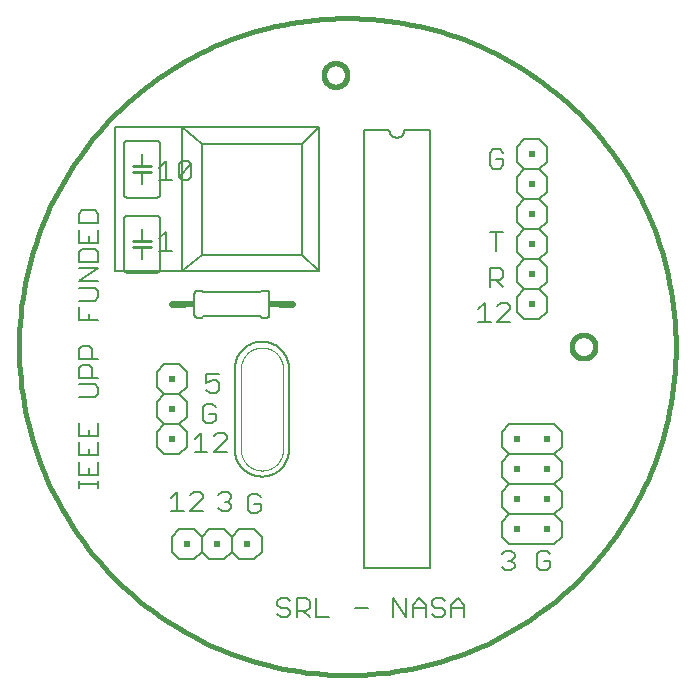
<source format=gto>
G75*
%MOIN*%
%OFA0B0*%
%FSLAX25Y25*%
%IPPOS*%
%LPD*%
%AMOC8*
5,1,8,0,0,1.08239X$1,22.5*
%
%ADD10C,0.00600*%
%ADD11C,0.01600*%
%ADD12C,0.01000*%
%ADD13R,0.02000X0.02000*%
%ADD14C,0.00200*%
%ADD15C,0.02400*%
%ADD16R,0.03400X0.02400*%
%ADD17C,0.00800*%
D10*
X0226000Y0133500D02*
X0226000Y0138500D01*
X0228500Y0141000D01*
X0233500Y0141000D01*
X0236000Y0138500D01*
X0238500Y0141000D01*
X0243500Y0141000D01*
X0246000Y0138500D01*
X0248500Y0141000D01*
X0253500Y0141000D01*
X0256000Y0138500D01*
X0256000Y0133500D01*
X0253500Y0131000D01*
X0248500Y0131000D01*
X0246000Y0133500D01*
X0243500Y0131000D01*
X0238500Y0131000D01*
X0236000Y0133500D01*
X0233500Y0131000D01*
X0228500Y0131000D01*
X0226000Y0133500D01*
X0236000Y0133500D02*
X0236000Y0138500D01*
X0246000Y0138500D02*
X0246000Y0133500D01*
X0252368Y0146300D02*
X0254503Y0146300D01*
X0255570Y0147368D01*
X0255570Y0149503D01*
X0253435Y0149503D01*
X0251300Y0151638D02*
X0251300Y0147368D01*
X0252368Y0146300D01*
X0245728Y0148037D02*
X0244660Y0146969D01*
X0242525Y0146969D01*
X0241457Y0148037D01*
X0243593Y0150172D02*
X0244660Y0150172D01*
X0245728Y0149104D01*
X0245728Y0148037D01*
X0244660Y0150172D02*
X0245728Y0151240D01*
X0245728Y0152307D01*
X0244660Y0153375D01*
X0242525Y0153375D01*
X0241457Y0152307D01*
X0236425Y0152307D02*
X0235358Y0153375D01*
X0233223Y0153375D01*
X0232155Y0152307D01*
X0236425Y0152307D02*
X0236425Y0151240D01*
X0232155Y0146969D01*
X0236425Y0146969D01*
X0229980Y0146969D02*
X0225709Y0146969D01*
X0227845Y0146969D02*
X0227845Y0153375D01*
X0225709Y0151240D01*
X0223500Y0166000D02*
X0221000Y0168500D01*
X0221000Y0173500D01*
X0223500Y0176000D01*
X0221000Y0178500D01*
X0221000Y0183500D01*
X0223500Y0186000D01*
X0221000Y0188500D01*
X0221000Y0193500D01*
X0223500Y0196000D01*
X0228500Y0196000D01*
X0231000Y0193500D01*
X0231000Y0188500D01*
X0228500Y0186000D01*
X0231000Y0183500D01*
X0231000Y0178500D01*
X0228500Y0176000D01*
X0231000Y0173500D01*
X0231000Y0168500D01*
X0228500Y0166000D01*
X0223500Y0166000D01*
X0233583Y0166654D02*
X0237854Y0166654D01*
X0235719Y0166654D02*
X0235719Y0173060D01*
X0233583Y0170925D01*
X0240029Y0171992D02*
X0241097Y0173060D01*
X0243232Y0173060D01*
X0244299Y0171992D01*
X0244299Y0170925D01*
X0240029Y0166654D01*
X0244299Y0166654D01*
X0247000Y0167500D02*
X0247000Y0194500D01*
X0241791Y0192745D02*
X0237520Y0192745D01*
X0237520Y0189542D01*
X0239656Y0190610D01*
X0240723Y0190610D01*
X0241791Y0189542D01*
X0241791Y0187407D01*
X0240723Y0186339D01*
X0238588Y0186339D01*
X0237520Y0187407D01*
X0237368Y0182705D02*
X0236300Y0181638D01*
X0236300Y0177368D01*
X0237368Y0176300D01*
X0239503Y0176300D01*
X0240570Y0177368D01*
X0240570Y0179503D01*
X0238435Y0179503D01*
X0240570Y0181638D02*
X0239503Y0182705D01*
X0237368Y0182705D01*
X0228500Y0186000D02*
X0223500Y0186000D01*
X0223500Y0176000D02*
X0228500Y0176000D01*
X0247000Y0167500D02*
X0247003Y0167281D01*
X0247011Y0167062D01*
X0247024Y0166843D01*
X0247043Y0166625D01*
X0247067Y0166407D01*
X0247096Y0166190D01*
X0247130Y0165973D01*
X0247170Y0165758D01*
X0247215Y0165543D01*
X0247266Y0165330D01*
X0247321Y0165118D01*
X0247382Y0164907D01*
X0247447Y0164698D01*
X0247518Y0164491D01*
X0247594Y0164285D01*
X0247675Y0164081D01*
X0247760Y0163879D01*
X0247851Y0163680D01*
X0247946Y0163483D01*
X0248047Y0163288D01*
X0248152Y0163095D01*
X0248261Y0162905D01*
X0248375Y0162718D01*
X0248494Y0162534D01*
X0248617Y0162353D01*
X0248745Y0162175D01*
X0248877Y0161999D01*
X0249013Y0161828D01*
X0249153Y0161659D01*
X0249297Y0161494D01*
X0249445Y0161333D01*
X0249597Y0161175D01*
X0249753Y0161021D01*
X0249913Y0160871D01*
X0250076Y0160724D01*
X0250243Y0160582D01*
X0250413Y0160444D01*
X0250587Y0160310D01*
X0250763Y0160180D01*
X0250943Y0160055D01*
X0251126Y0159934D01*
X0251312Y0159818D01*
X0251500Y0159706D01*
X0251691Y0159599D01*
X0251885Y0159496D01*
X0252081Y0159398D01*
X0252279Y0159305D01*
X0252480Y0159217D01*
X0252683Y0159134D01*
X0252888Y0159055D01*
X0253094Y0158982D01*
X0253302Y0158914D01*
X0253512Y0158851D01*
X0253724Y0158793D01*
X0253936Y0158740D01*
X0254150Y0158692D01*
X0254365Y0158650D01*
X0254581Y0158613D01*
X0254798Y0158581D01*
X0255016Y0158554D01*
X0255234Y0158533D01*
X0255452Y0158517D01*
X0255671Y0158506D01*
X0255890Y0158501D01*
X0256110Y0158501D01*
X0256329Y0158506D01*
X0256548Y0158517D01*
X0256766Y0158533D01*
X0256984Y0158554D01*
X0257202Y0158581D01*
X0257419Y0158613D01*
X0257635Y0158650D01*
X0257850Y0158692D01*
X0258064Y0158740D01*
X0258276Y0158793D01*
X0258488Y0158851D01*
X0258698Y0158914D01*
X0258906Y0158982D01*
X0259112Y0159055D01*
X0259317Y0159134D01*
X0259520Y0159217D01*
X0259721Y0159305D01*
X0259919Y0159398D01*
X0260115Y0159496D01*
X0260309Y0159599D01*
X0260500Y0159706D01*
X0260688Y0159818D01*
X0260874Y0159934D01*
X0261057Y0160055D01*
X0261237Y0160180D01*
X0261413Y0160310D01*
X0261587Y0160444D01*
X0261757Y0160582D01*
X0261924Y0160724D01*
X0262087Y0160871D01*
X0262247Y0161021D01*
X0262403Y0161175D01*
X0262555Y0161333D01*
X0262703Y0161494D01*
X0262847Y0161659D01*
X0262987Y0161828D01*
X0263123Y0161999D01*
X0263255Y0162175D01*
X0263383Y0162353D01*
X0263506Y0162534D01*
X0263625Y0162718D01*
X0263739Y0162905D01*
X0263848Y0163095D01*
X0263953Y0163288D01*
X0264054Y0163483D01*
X0264149Y0163680D01*
X0264240Y0163879D01*
X0264325Y0164081D01*
X0264406Y0164285D01*
X0264482Y0164491D01*
X0264553Y0164698D01*
X0264618Y0164907D01*
X0264679Y0165118D01*
X0264734Y0165330D01*
X0264785Y0165543D01*
X0264830Y0165758D01*
X0264870Y0165973D01*
X0264904Y0166190D01*
X0264933Y0166407D01*
X0264957Y0166625D01*
X0264976Y0166843D01*
X0264989Y0167062D01*
X0264997Y0167281D01*
X0265000Y0167500D01*
X0265000Y0194500D01*
X0264997Y0194719D01*
X0264989Y0194938D01*
X0264976Y0195157D01*
X0264957Y0195375D01*
X0264933Y0195593D01*
X0264904Y0195810D01*
X0264870Y0196027D01*
X0264830Y0196242D01*
X0264785Y0196457D01*
X0264734Y0196670D01*
X0264679Y0196882D01*
X0264618Y0197093D01*
X0264553Y0197302D01*
X0264482Y0197509D01*
X0264406Y0197715D01*
X0264325Y0197919D01*
X0264240Y0198121D01*
X0264149Y0198320D01*
X0264054Y0198517D01*
X0263953Y0198712D01*
X0263848Y0198905D01*
X0263739Y0199095D01*
X0263625Y0199282D01*
X0263506Y0199466D01*
X0263383Y0199647D01*
X0263255Y0199825D01*
X0263123Y0200001D01*
X0262987Y0200172D01*
X0262847Y0200341D01*
X0262703Y0200506D01*
X0262555Y0200667D01*
X0262403Y0200825D01*
X0262247Y0200979D01*
X0262087Y0201129D01*
X0261924Y0201276D01*
X0261757Y0201418D01*
X0261587Y0201556D01*
X0261413Y0201690D01*
X0261237Y0201820D01*
X0261057Y0201945D01*
X0260874Y0202066D01*
X0260688Y0202182D01*
X0260500Y0202294D01*
X0260309Y0202401D01*
X0260115Y0202504D01*
X0259919Y0202602D01*
X0259721Y0202695D01*
X0259520Y0202783D01*
X0259317Y0202866D01*
X0259112Y0202945D01*
X0258906Y0203018D01*
X0258698Y0203086D01*
X0258488Y0203149D01*
X0258276Y0203207D01*
X0258064Y0203260D01*
X0257850Y0203308D01*
X0257635Y0203350D01*
X0257419Y0203387D01*
X0257202Y0203419D01*
X0256984Y0203446D01*
X0256766Y0203467D01*
X0256548Y0203483D01*
X0256329Y0203494D01*
X0256110Y0203499D01*
X0255890Y0203499D01*
X0255671Y0203494D01*
X0255452Y0203483D01*
X0255234Y0203467D01*
X0255016Y0203446D01*
X0254798Y0203419D01*
X0254581Y0203387D01*
X0254365Y0203350D01*
X0254150Y0203308D01*
X0253936Y0203260D01*
X0253724Y0203207D01*
X0253512Y0203149D01*
X0253302Y0203086D01*
X0253094Y0203018D01*
X0252888Y0202945D01*
X0252683Y0202866D01*
X0252480Y0202783D01*
X0252279Y0202695D01*
X0252081Y0202602D01*
X0251885Y0202504D01*
X0251691Y0202401D01*
X0251500Y0202294D01*
X0251312Y0202182D01*
X0251126Y0202066D01*
X0250943Y0201945D01*
X0250763Y0201820D01*
X0250587Y0201690D01*
X0250413Y0201556D01*
X0250243Y0201418D01*
X0250076Y0201276D01*
X0249913Y0201129D01*
X0249753Y0200979D01*
X0249597Y0200825D01*
X0249445Y0200667D01*
X0249297Y0200506D01*
X0249153Y0200341D01*
X0249013Y0200172D01*
X0248877Y0200001D01*
X0248745Y0199825D01*
X0248617Y0199647D01*
X0248494Y0199466D01*
X0248375Y0199282D01*
X0248261Y0199095D01*
X0248152Y0198905D01*
X0248047Y0198712D01*
X0247946Y0198517D01*
X0247851Y0198320D01*
X0247760Y0198121D01*
X0247675Y0197919D01*
X0247594Y0197715D01*
X0247518Y0197509D01*
X0247447Y0197302D01*
X0247382Y0197093D01*
X0247321Y0196882D01*
X0247266Y0196670D01*
X0247215Y0196457D01*
X0247170Y0196242D01*
X0247130Y0196027D01*
X0247096Y0195810D01*
X0247067Y0195593D01*
X0247043Y0195375D01*
X0247024Y0195157D01*
X0247011Y0194938D01*
X0247003Y0194719D01*
X0247000Y0194500D01*
X0256000Y0211500D02*
X0255500Y0212000D01*
X0236500Y0212000D01*
X0236000Y0211500D01*
X0234500Y0211500D01*
X0234440Y0211502D01*
X0234379Y0211507D01*
X0234320Y0211516D01*
X0234261Y0211529D01*
X0234202Y0211545D01*
X0234145Y0211565D01*
X0234090Y0211588D01*
X0234035Y0211615D01*
X0233983Y0211644D01*
X0233932Y0211677D01*
X0233883Y0211713D01*
X0233837Y0211751D01*
X0233793Y0211793D01*
X0233751Y0211837D01*
X0233713Y0211883D01*
X0233677Y0211932D01*
X0233644Y0211983D01*
X0233615Y0212035D01*
X0233588Y0212090D01*
X0233565Y0212145D01*
X0233545Y0212202D01*
X0233529Y0212261D01*
X0233516Y0212320D01*
X0233507Y0212379D01*
X0233502Y0212440D01*
X0233500Y0212500D01*
X0233500Y0219500D01*
X0233502Y0219560D01*
X0233507Y0219621D01*
X0233516Y0219680D01*
X0233529Y0219739D01*
X0233545Y0219798D01*
X0233565Y0219855D01*
X0233588Y0219910D01*
X0233615Y0219965D01*
X0233644Y0220017D01*
X0233677Y0220068D01*
X0233713Y0220117D01*
X0233751Y0220163D01*
X0233793Y0220207D01*
X0233837Y0220249D01*
X0233883Y0220287D01*
X0233932Y0220323D01*
X0233983Y0220356D01*
X0234035Y0220385D01*
X0234090Y0220412D01*
X0234145Y0220435D01*
X0234202Y0220455D01*
X0234261Y0220471D01*
X0234320Y0220484D01*
X0234379Y0220493D01*
X0234440Y0220498D01*
X0234500Y0220500D01*
X0236000Y0220500D01*
X0236500Y0220000D01*
X0255500Y0220000D01*
X0256000Y0220500D01*
X0257500Y0220500D01*
X0257560Y0220498D01*
X0257621Y0220493D01*
X0257680Y0220484D01*
X0257739Y0220471D01*
X0257798Y0220455D01*
X0257855Y0220435D01*
X0257910Y0220412D01*
X0257965Y0220385D01*
X0258017Y0220356D01*
X0258068Y0220323D01*
X0258117Y0220287D01*
X0258163Y0220249D01*
X0258207Y0220207D01*
X0258249Y0220163D01*
X0258287Y0220117D01*
X0258323Y0220068D01*
X0258356Y0220017D01*
X0258385Y0219965D01*
X0258412Y0219910D01*
X0258435Y0219855D01*
X0258455Y0219798D01*
X0258471Y0219739D01*
X0258484Y0219680D01*
X0258493Y0219621D01*
X0258498Y0219560D01*
X0258500Y0219500D01*
X0258500Y0212500D01*
X0258498Y0212440D01*
X0258493Y0212379D01*
X0258484Y0212320D01*
X0258471Y0212261D01*
X0258455Y0212202D01*
X0258435Y0212145D01*
X0258412Y0212090D01*
X0258385Y0212035D01*
X0258356Y0211983D01*
X0258323Y0211932D01*
X0258287Y0211883D01*
X0258249Y0211837D01*
X0258207Y0211793D01*
X0258163Y0211751D01*
X0258117Y0211713D01*
X0258068Y0211677D01*
X0258017Y0211644D01*
X0257965Y0211615D01*
X0257910Y0211588D01*
X0257855Y0211565D01*
X0257798Y0211545D01*
X0257739Y0211529D01*
X0257680Y0211516D01*
X0257621Y0211507D01*
X0257560Y0211502D01*
X0257500Y0211500D01*
X0256000Y0211500D01*
X0222000Y0227500D02*
X0222000Y0244500D01*
X0221998Y0244560D01*
X0221993Y0244621D01*
X0221984Y0244680D01*
X0221971Y0244739D01*
X0221955Y0244798D01*
X0221935Y0244855D01*
X0221912Y0244910D01*
X0221885Y0244965D01*
X0221856Y0245017D01*
X0221823Y0245068D01*
X0221787Y0245117D01*
X0221749Y0245163D01*
X0221707Y0245207D01*
X0221663Y0245249D01*
X0221617Y0245287D01*
X0221568Y0245323D01*
X0221517Y0245356D01*
X0221465Y0245385D01*
X0221410Y0245412D01*
X0221355Y0245435D01*
X0221298Y0245455D01*
X0221239Y0245471D01*
X0221180Y0245484D01*
X0221121Y0245493D01*
X0221060Y0245498D01*
X0221000Y0245500D01*
X0211000Y0245500D01*
X0210940Y0245498D01*
X0210879Y0245493D01*
X0210820Y0245484D01*
X0210761Y0245471D01*
X0210702Y0245455D01*
X0210645Y0245435D01*
X0210590Y0245412D01*
X0210535Y0245385D01*
X0210483Y0245356D01*
X0210432Y0245323D01*
X0210383Y0245287D01*
X0210337Y0245249D01*
X0210293Y0245207D01*
X0210251Y0245163D01*
X0210213Y0245117D01*
X0210177Y0245068D01*
X0210144Y0245017D01*
X0210115Y0244965D01*
X0210088Y0244910D01*
X0210065Y0244855D01*
X0210045Y0244798D01*
X0210029Y0244739D01*
X0210016Y0244680D01*
X0210007Y0244621D01*
X0210002Y0244560D01*
X0210000Y0244500D01*
X0210000Y0227500D01*
X0210002Y0227440D01*
X0210007Y0227379D01*
X0210016Y0227320D01*
X0210029Y0227261D01*
X0210045Y0227202D01*
X0210065Y0227145D01*
X0210088Y0227090D01*
X0210115Y0227035D01*
X0210144Y0226983D01*
X0210177Y0226932D01*
X0210213Y0226883D01*
X0210251Y0226837D01*
X0210293Y0226793D01*
X0210337Y0226751D01*
X0210383Y0226713D01*
X0210432Y0226677D01*
X0210483Y0226644D01*
X0210535Y0226615D01*
X0210590Y0226588D01*
X0210645Y0226565D01*
X0210702Y0226545D01*
X0210761Y0226529D01*
X0210820Y0226516D01*
X0210879Y0226507D01*
X0210940Y0226502D01*
X0211000Y0226500D01*
X0221000Y0226500D01*
X0221060Y0226502D01*
X0221121Y0226507D01*
X0221180Y0226516D01*
X0221239Y0226529D01*
X0221298Y0226545D01*
X0221355Y0226565D01*
X0221410Y0226588D01*
X0221465Y0226615D01*
X0221517Y0226644D01*
X0221568Y0226677D01*
X0221617Y0226713D01*
X0221663Y0226751D01*
X0221707Y0226793D01*
X0221749Y0226837D01*
X0221787Y0226883D01*
X0221823Y0226932D01*
X0221856Y0226983D01*
X0221885Y0227035D01*
X0221912Y0227090D01*
X0221935Y0227145D01*
X0221955Y0227202D01*
X0221971Y0227261D01*
X0221984Y0227320D01*
X0221993Y0227379D01*
X0221998Y0227440D01*
X0222000Y0227500D01*
X0216000Y0231000D02*
X0216000Y0234500D01*
X0216000Y0235000D01*
X0216000Y0237000D02*
X0216000Y0237500D01*
X0216000Y0241000D01*
X0221772Y0237854D02*
X0223908Y0239989D01*
X0223908Y0233583D01*
X0226043Y0233583D02*
X0221772Y0233583D01*
X0221000Y0251500D02*
X0211000Y0251500D01*
X0210940Y0251502D01*
X0210879Y0251507D01*
X0210820Y0251516D01*
X0210761Y0251529D01*
X0210702Y0251545D01*
X0210645Y0251565D01*
X0210590Y0251588D01*
X0210535Y0251615D01*
X0210483Y0251644D01*
X0210432Y0251677D01*
X0210383Y0251713D01*
X0210337Y0251751D01*
X0210293Y0251793D01*
X0210251Y0251837D01*
X0210213Y0251883D01*
X0210177Y0251932D01*
X0210144Y0251983D01*
X0210115Y0252035D01*
X0210088Y0252090D01*
X0210065Y0252145D01*
X0210045Y0252202D01*
X0210029Y0252261D01*
X0210016Y0252320D01*
X0210007Y0252379D01*
X0210002Y0252440D01*
X0210000Y0252500D01*
X0210000Y0269500D01*
X0210002Y0269560D01*
X0210007Y0269621D01*
X0210016Y0269680D01*
X0210029Y0269739D01*
X0210045Y0269798D01*
X0210065Y0269855D01*
X0210088Y0269910D01*
X0210115Y0269965D01*
X0210144Y0270017D01*
X0210177Y0270068D01*
X0210213Y0270117D01*
X0210251Y0270163D01*
X0210293Y0270207D01*
X0210337Y0270249D01*
X0210383Y0270287D01*
X0210432Y0270323D01*
X0210483Y0270356D01*
X0210535Y0270385D01*
X0210590Y0270412D01*
X0210645Y0270435D01*
X0210702Y0270455D01*
X0210761Y0270471D01*
X0210820Y0270484D01*
X0210879Y0270493D01*
X0210940Y0270498D01*
X0211000Y0270500D01*
X0221000Y0270500D01*
X0221060Y0270498D01*
X0221121Y0270493D01*
X0221180Y0270484D01*
X0221239Y0270471D01*
X0221298Y0270455D01*
X0221355Y0270435D01*
X0221410Y0270412D01*
X0221465Y0270385D01*
X0221517Y0270356D01*
X0221568Y0270323D01*
X0221617Y0270287D01*
X0221663Y0270249D01*
X0221707Y0270207D01*
X0221749Y0270163D01*
X0221787Y0270117D01*
X0221823Y0270068D01*
X0221856Y0270017D01*
X0221885Y0269965D01*
X0221912Y0269910D01*
X0221935Y0269855D01*
X0221955Y0269798D01*
X0221971Y0269739D01*
X0221984Y0269680D01*
X0221993Y0269621D01*
X0221998Y0269560D01*
X0222000Y0269500D01*
X0222000Y0252500D01*
X0221998Y0252440D01*
X0221993Y0252379D01*
X0221984Y0252320D01*
X0221971Y0252261D01*
X0221955Y0252202D01*
X0221935Y0252145D01*
X0221912Y0252090D01*
X0221885Y0252035D01*
X0221856Y0251983D01*
X0221823Y0251932D01*
X0221787Y0251883D01*
X0221749Y0251837D01*
X0221707Y0251793D01*
X0221663Y0251751D01*
X0221617Y0251713D01*
X0221568Y0251677D01*
X0221517Y0251644D01*
X0221465Y0251615D01*
X0221410Y0251588D01*
X0221355Y0251565D01*
X0221298Y0251545D01*
X0221239Y0251529D01*
X0221180Y0251516D01*
X0221121Y0251507D01*
X0221060Y0251502D01*
X0221000Y0251500D01*
X0216000Y0256000D02*
X0216000Y0259500D01*
X0216000Y0260000D01*
X0216000Y0262000D02*
X0216000Y0262500D01*
X0216000Y0266000D01*
X0221772Y0261476D02*
X0223908Y0263611D01*
X0223908Y0257206D01*
X0226043Y0257206D02*
X0221772Y0257206D01*
X0228218Y0258273D02*
X0232488Y0262543D01*
X0232488Y0258273D01*
X0231421Y0257206D01*
X0229286Y0257206D01*
X0228218Y0258273D01*
X0228218Y0262543D01*
X0229286Y0263611D01*
X0231421Y0263611D01*
X0232488Y0262543D01*
X0201487Y0246134D02*
X0201487Y0242932D01*
X0195082Y0242932D01*
X0195082Y0246134D01*
X0196150Y0247202D01*
X0200420Y0247202D01*
X0201487Y0246134D01*
X0201487Y0240757D02*
X0201487Y0236486D01*
X0195082Y0236486D01*
X0195082Y0240757D01*
X0198285Y0238621D02*
X0198285Y0236486D01*
X0200420Y0234311D02*
X0196150Y0234311D01*
X0195082Y0233244D01*
X0195082Y0230041D01*
X0201487Y0230041D01*
X0201487Y0233244D01*
X0200420Y0234311D01*
X0201487Y0227866D02*
X0195082Y0227866D01*
X0195082Y0223595D02*
X0201487Y0227866D01*
X0201487Y0223595D02*
X0195082Y0223595D01*
X0195082Y0221420D02*
X0200420Y0221420D01*
X0201487Y0220353D01*
X0201487Y0218217D01*
X0200420Y0217150D01*
X0195082Y0217150D01*
X0195082Y0214975D02*
X0195082Y0210704D01*
X0201487Y0210704D01*
X0198285Y0210704D02*
X0198285Y0212839D01*
X0198285Y0202084D02*
X0199352Y0201016D01*
X0199352Y0197813D01*
X0201487Y0197813D02*
X0195082Y0197813D01*
X0195082Y0201016D01*
X0196150Y0202084D01*
X0198285Y0202084D01*
X0198285Y0195638D02*
X0199352Y0194571D01*
X0199352Y0191368D01*
X0201487Y0191368D02*
X0195082Y0191368D01*
X0195082Y0194571D01*
X0196150Y0195638D01*
X0198285Y0195638D01*
X0200420Y0189193D02*
X0195082Y0189193D01*
X0195082Y0184922D02*
X0200420Y0184922D01*
X0201487Y0185990D01*
X0201487Y0188125D01*
X0200420Y0189193D01*
X0201487Y0176302D02*
X0201487Y0172031D01*
X0195082Y0172031D01*
X0195082Y0176302D01*
X0198285Y0174166D02*
X0198285Y0172031D01*
X0201487Y0169856D02*
X0201487Y0165586D01*
X0195082Y0165586D01*
X0195082Y0169856D01*
X0198285Y0167721D02*
X0198285Y0165586D01*
X0201487Y0163411D02*
X0201487Y0159140D01*
X0195082Y0159140D01*
X0195082Y0163411D01*
X0198285Y0161275D02*
X0198285Y0159140D01*
X0201487Y0156978D02*
X0201487Y0154843D01*
X0201487Y0155911D02*
X0195082Y0155911D01*
X0195082Y0156978D02*
X0195082Y0154843D01*
X0251300Y0151638D02*
X0252368Y0152705D01*
X0254503Y0152705D01*
X0255570Y0151638D01*
X0290000Y0128000D02*
X0312000Y0128000D01*
X0312000Y0274000D01*
X0303500Y0274000D01*
X0303498Y0273902D01*
X0303492Y0273804D01*
X0303483Y0273706D01*
X0303469Y0273609D01*
X0303452Y0273512D01*
X0303431Y0273416D01*
X0303406Y0273321D01*
X0303378Y0273227D01*
X0303345Y0273135D01*
X0303310Y0273043D01*
X0303270Y0272953D01*
X0303228Y0272865D01*
X0303181Y0272778D01*
X0303132Y0272694D01*
X0303079Y0272611D01*
X0303023Y0272531D01*
X0302963Y0272452D01*
X0302901Y0272376D01*
X0302836Y0272303D01*
X0302768Y0272232D01*
X0302697Y0272164D01*
X0302624Y0272099D01*
X0302548Y0272037D01*
X0302469Y0271977D01*
X0302389Y0271921D01*
X0302306Y0271868D01*
X0302222Y0271819D01*
X0302135Y0271772D01*
X0302047Y0271730D01*
X0301957Y0271690D01*
X0301865Y0271655D01*
X0301773Y0271622D01*
X0301679Y0271594D01*
X0301584Y0271569D01*
X0301488Y0271548D01*
X0301391Y0271531D01*
X0301294Y0271517D01*
X0301196Y0271508D01*
X0301098Y0271502D01*
X0301000Y0271500D01*
X0300902Y0271502D01*
X0300804Y0271508D01*
X0300706Y0271517D01*
X0300609Y0271531D01*
X0300512Y0271548D01*
X0300416Y0271569D01*
X0300321Y0271594D01*
X0300227Y0271622D01*
X0300135Y0271655D01*
X0300043Y0271690D01*
X0299953Y0271730D01*
X0299865Y0271772D01*
X0299778Y0271819D01*
X0299694Y0271868D01*
X0299611Y0271921D01*
X0299531Y0271977D01*
X0299452Y0272037D01*
X0299376Y0272099D01*
X0299303Y0272164D01*
X0299232Y0272232D01*
X0299164Y0272303D01*
X0299099Y0272376D01*
X0299037Y0272452D01*
X0298977Y0272531D01*
X0298921Y0272611D01*
X0298868Y0272694D01*
X0298819Y0272778D01*
X0298772Y0272865D01*
X0298730Y0272953D01*
X0298690Y0273043D01*
X0298655Y0273135D01*
X0298622Y0273227D01*
X0298594Y0273321D01*
X0298569Y0273416D01*
X0298548Y0273512D01*
X0298531Y0273609D01*
X0298517Y0273706D01*
X0298508Y0273804D01*
X0298502Y0273902D01*
X0298500Y0274000D01*
X0290000Y0274000D01*
X0290000Y0128000D01*
X0299816Y0117942D02*
X0304086Y0111536D01*
X0304086Y0117942D01*
X0306261Y0115807D02*
X0308396Y0117942D01*
X0310531Y0115807D01*
X0310531Y0111536D01*
X0312706Y0112604D02*
X0313774Y0111536D01*
X0315909Y0111536D01*
X0316977Y0112604D01*
X0316977Y0113671D01*
X0315909Y0114739D01*
X0313774Y0114739D01*
X0312706Y0115807D01*
X0312706Y0116874D01*
X0313774Y0117942D01*
X0315909Y0117942D01*
X0316977Y0116874D01*
X0319152Y0115807D02*
X0321287Y0117942D01*
X0323422Y0115807D01*
X0323422Y0111536D01*
X0323422Y0114739D02*
X0319152Y0114739D01*
X0319152Y0115807D02*
X0319152Y0111536D01*
X0310531Y0114739D02*
X0306261Y0114739D01*
X0306261Y0115807D02*
X0306261Y0111536D01*
X0299816Y0111536D02*
X0299816Y0117942D01*
X0291195Y0114739D02*
X0286925Y0114739D01*
X0278304Y0111536D02*
X0274034Y0111536D01*
X0274034Y0117942D01*
X0271858Y0116874D02*
X0271858Y0114739D01*
X0270791Y0113671D01*
X0267588Y0113671D01*
X0267588Y0111536D02*
X0267588Y0117942D01*
X0270791Y0117942D01*
X0271858Y0116874D01*
X0269723Y0113671D02*
X0271858Y0111536D01*
X0265413Y0112604D02*
X0264345Y0111536D01*
X0262210Y0111536D01*
X0261143Y0112604D01*
X0262210Y0114739D02*
X0264345Y0114739D01*
X0265413Y0113671D01*
X0265413Y0112604D01*
X0262210Y0114739D02*
X0261143Y0115807D01*
X0261143Y0116874D01*
X0262210Y0117942D01*
X0264345Y0117942D01*
X0265413Y0116874D01*
X0335946Y0128352D02*
X0337013Y0127284D01*
X0339148Y0127284D01*
X0340216Y0128352D01*
X0340216Y0129419D01*
X0339148Y0130487D01*
X0338081Y0130487D01*
X0339148Y0130487D02*
X0340216Y0131555D01*
X0340216Y0132622D01*
X0339148Y0133690D01*
X0337013Y0133690D01*
X0335946Y0132622D01*
X0338500Y0136000D02*
X0353500Y0136000D01*
X0356000Y0138500D01*
X0356000Y0143500D01*
X0353500Y0146000D01*
X0338500Y0146000D01*
X0336000Y0143500D01*
X0336000Y0138500D01*
X0338500Y0136000D01*
X0347757Y0132622D02*
X0347757Y0128352D01*
X0348824Y0127284D01*
X0350959Y0127284D01*
X0352027Y0128352D01*
X0352027Y0130487D01*
X0349892Y0130487D01*
X0352027Y0132622D02*
X0350959Y0133690D01*
X0348824Y0133690D01*
X0347757Y0132622D01*
X0353500Y0146000D02*
X0356000Y0148500D01*
X0356000Y0153500D01*
X0353500Y0156000D01*
X0338500Y0156000D01*
X0336000Y0153500D01*
X0336000Y0148500D01*
X0338500Y0146000D01*
X0338500Y0156000D02*
X0336000Y0158500D01*
X0336000Y0163500D01*
X0338500Y0166000D01*
X0353500Y0166000D01*
X0356000Y0163500D01*
X0356000Y0158500D01*
X0353500Y0156000D01*
X0353500Y0166000D02*
X0356000Y0168500D01*
X0356000Y0173500D01*
X0353500Y0176000D01*
X0338500Y0176000D01*
X0336000Y0173500D01*
X0336000Y0168500D01*
X0338500Y0166000D01*
X0338787Y0209961D02*
X0334517Y0209961D01*
X0338787Y0214232D01*
X0338787Y0215299D01*
X0337720Y0216367D01*
X0335585Y0216367D01*
X0334517Y0215299D01*
X0330207Y0216367D02*
X0330207Y0209961D01*
X0328072Y0209961D02*
X0332342Y0209961D01*
X0328072Y0214232D02*
X0330207Y0216367D01*
X0341000Y0218500D02*
X0341000Y0213500D01*
X0343500Y0211000D01*
X0348500Y0211000D01*
X0351000Y0213500D01*
X0351000Y0218500D01*
X0348500Y0221000D01*
X0343500Y0221000D01*
X0341000Y0218500D01*
X0343500Y0221000D02*
X0341000Y0223500D01*
X0341000Y0228500D01*
X0343500Y0231000D01*
X0341000Y0233500D01*
X0341000Y0238500D01*
X0343500Y0241000D01*
X0341000Y0243500D01*
X0341000Y0248500D01*
X0343500Y0251000D01*
X0341000Y0253500D01*
X0341000Y0258500D01*
X0343500Y0261000D01*
X0341000Y0263500D01*
X0341000Y0268500D01*
X0343500Y0271000D01*
X0348500Y0271000D01*
X0351000Y0268500D01*
X0351000Y0263500D01*
X0348500Y0261000D01*
X0351000Y0258500D01*
X0351000Y0253500D01*
X0348500Y0251000D01*
X0343500Y0251000D01*
X0348500Y0251000D02*
X0351000Y0248500D01*
X0351000Y0243500D01*
X0348500Y0241000D01*
X0351000Y0238500D01*
X0351000Y0233500D01*
X0348500Y0231000D01*
X0351000Y0228500D01*
X0351000Y0223500D01*
X0348500Y0221000D01*
X0336279Y0221772D02*
X0334144Y0223908D01*
X0335211Y0223908D02*
X0332009Y0223908D01*
X0332009Y0221772D02*
X0332009Y0228178D01*
X0335211Y0228178D01*
X0336279Y0227110D01*
X0336279Y0224975D01*
X0335211Y0223908D01*
X0343500Y0231000D02*
X0348500Y0231000D01*
X0348500Y0241000D02*
X0343500Y0241000D01*
X0336279Y0239989D02*
X0332009Y0239989D01*
X0334144Y0239989D02*
X0334144Y0233583D01*
X0333076Y0261143D02*
X0335211Y0261143D01*
X0336279Y0262210D01*
X0336279Y0264345D01*
X0334144Y0264345D01*
X0332009Y0262210D02*
X0333076Y0261143D01*
X0332009Y0262210D02*
X0332009Y0266480D01*
X0333076Y0267548D01*
X0335211Y0267548D01*
X0336279Y0266480D01*
X0343500Y0261000D02*
X0348500Y0261000D01*
D11*
X0276591Y0292339D02*
X0276593Y0292464D01*
X0276599Y0292589D01*
X0276609Y0292713D01*
X0276623Y0292837D01*
X0276640Y0292961D01*
X0276662Y0293084D01*
X0276688Y0293206D01*
X0276717Y0293328D01*
X0276750Y0293448D01*
X0276788Y0293567D01*
X0276828Y0293686D01*
X0276873Y0293802D01*
X0276921Y0293917D01*
X0276973Y0294031D01*
X0277029Y0294143D01*
X0277088Y0294253D01*
X0277150Y0294361D01*
X0277216Y0294468D01*
X0277285Y0294572D01*
X0277358Y0294673D01*
X0277433Y0294773D01*
X0277512Y0294870D01*
X0277594Y0294964D01*
X0277679Y0295056D01*
X0277766Y0295145D01*
X0277857Y0295231D01*
X0277950Y0295314D01*
X0278046Y0295395D01*
X0278144Y0295472D01*
X0278244Y0295546D01*
X0278347Y0295617D01*
X0278452Y0295684D01*
X0278560Y0295749D01*
X0278669Y0295809D01*
X0278780Y0295867D01*
X0278893Y0295920D01*
X0279007Y0295970D01*
X0279123Y0296017D01*
X0279240Y0296059D01*
X0279359Y0296098D01*
X0279479Y0296134D01*
X0279600Y0296165D01*
X0279722Y0296193D01*
X0279844Y0296216D01*
X0279968Y0296236D01*
X0280092Y0296252D01*
X0280216Y0296264D01*
X0280341Y0296272D01*
X0280466Y0296276D01*
X0280590Y0296276D01*
X0280715Y0296272D01*
X0280840Y0296264D01*
X0280964Y0296252D01*
X0281088Y0296236D01*
X0281212Y0296216D01*
X0281334Y0296193D01*
X0281456Y0296165D01*
X0281577Y0296134D01*
X0281697Y0296098D01*
X0281816Y0296059D01*
X0281933Y0296017D01*
X0282049Y0295970D01*
X0282163Y0295920D01*
X0282276Y0295867D01*
X0282387Y0295809D01*
X0282497Y0295749D01*
X0282604Y0295684D01*
X0282709Y0295617D01*
X0282812Y0295546D01*
X0282912Y0295472D01*
X0283010Y0295395D01*
X0283106Y0295314D01*
X0283199Y0295231D01*
X0283290Y0295145D01*
X0283377Y0295056D01*
X0283462Y0294964D01*
X0283544Y0294870D01*
X0283623Y0294773D01*
X0283698Y0294673D01*
X0283771Y0294572D01*
X0283840Y0294468D01*
X0283906Y0294361D01*
X0283968Y0294253D01*
X0284027Y0294143D01*
X0284083Y0294031D01*
X0284135Y0293917D01*
X0284183Y0293802D01*
X0284228Y0293686D01*
X0284268Y0293567D01*
X0284306Y0293448D01*
X0284339Y0293328D01*
X0284368Y0293206D01*
X0284394Y0293084D01*
X0284416Y0292961D01*
X0284433Y0292837D01*
X0284447Y0292713D01*
X0284457Y0292589D01*
X0284463Y0292464D01*
X0284465Y0292339D01*
X0284463Y0292214D01*
X0284457Y0292089D01*
X0284447Y0291965D01*
X0284433Y0291841D01*
X0284416Y0291717D01*
X0284394Y0291594D01*
X0284368Y0291472D01*
X0284339Y0291350D01*
X0284306Y0291230D01*
X0284268Y0291111D01*
X0284228Y0290992D01*
X0284183Y0290876D01*
X0284135Y0290761D01*
X0284083Y0290647D01*
X0284027Y0290535D01*
X0283968Y0290425D01*
X0283906Y0290317D01*
X0283840Y0290210D01*
X0283771Y0290106D01*
X0283698Y0290005D01*
X0283623Y0289905D01*
X0283544Y0289808D01*
X0283462Y0289714D01*
X0283377Y0289622D01*
X0283290Y0289533D01*
X0283199Y0289447D01*
X0283106Y0289364D01*
X0283010Y0289283D01*
X0282912Y0289206D01*
X0282812Y0289132D01*
X0282709Y0289061D01*
X0282604Y0288994D01*
X0282496Y0288929D01*
X0282387Y0288869D01*
X0282276Y0288811D01*
X0282163Y0288758D01*
X0282049Y0288708D01*
X0281933Y0288661D01*
X0281816Y0288619D01*
X0281697Y0288580D01*
X0281577Y0288544D01*
X0281456Y0288513D01*
X0281334Y0288485D01*
X0281212Y0288462D01*
X0281088Y0288442D01*
X0280964Y0288426D01*
X0280840Y0288414D01*
X0280715Y0288406D01*
X0280590Y0288402D01*
X0280466Y0288402D01*
X0280341Y0288406D01*
X0280216Y0288414D01*
X0280092Y0288426D01*
X0279968Y0288442D01*
X0279844Y0288462D01*
X0279722Y0288485D01*
X0279600Y0288513D01*
X0279479Y0288544D01*
X0279359Y0288580D01*
X0279240Y0288619D01*
X0279123Y0288661D01*
X0279007Y0288708D01*
X0278893Y0288758D01*
X0278780Y0288811D01*
X0278669Y0288869D01*
X0278559Y0288929D01*
X0278452Y0288994D01*
X0278347Y0289061D01*
X0278244Y0289132D01*
X0278144Y0289206D01*
X0278046Y0289283D01*
X0277950Y0289364D01*
X0277857Y0289447D01*
X0277766Y0289533D01*
X0277679Y0289622D01*
X0277594Y0289714D01*
X0277512Y0289808D01*
X0277433Y0289905D01*
X0277358Y0290005D01*
X0277285Y0290106D01*
X0277216Y0290210D01*
X0277150Y0290317D01*
X0277088Y0290425D01*
X0277029Y0290535D01*
X0276973Y0290647D01*
X0276921Y0290761D01*
X0276873Y0290876D01*
X0276828Y0290992D01*
X0276788Y0291111D01*
X0276750Y0291230D01*
X0276717Y0291350D01*
X0276688Y0291472D01*
X0276662Y0291594D01*
X0276640Y0291717D01*
X0276623Y0291841D01*
X0276609Y0291965D01*
X0276599Y0292089D01*
X0276593Y0292214D01*
X0276591Y0292339D01*
X0175005Y0201787D02*
X0175038Y0204473D01*
X0175137Y0207158D01*
X0175302Y0209839D01*
X0175532Y0212516D01*
X0175828Y0215186D01*
X0176190Y0217848D01*
X0176617Y0220500D01*
X0177108Y0223142D01*
X0177665Y0225770D01*
X0178285Y0228384D01*
X0178970Y0230981D01*
X0179718Y0233562D01*
X0180530Y0236123D01*
X0181404Y0238663D01*
X0182340Y0241181D01*
X0183337Y0243676D01*
X0184396Y0246145D01*
X0185514Y0248587D01*
X0186693Y0251001D01*
X0187930Y0253386D01*
X0189225Y0255740D01*
X0190578Y0258061D01*
X0191987Y0260348D01*
X0193452Y0262600D01*
X0194972Y0264815D01*
X0196546Y0266992D01*
X0198173Y0269130D01*
X0199851Y0271228D01*
X0201581Y0273283D01*
X0203360Y0275296D01*
X0205189Y0277264D01*
X0207065Y0279187D01*
X0208988Y0281063D01*
X0210956Y0282892D01*
X0212969Y0284671D01*
X0215024Y0286401D01*
X0217122Y0288079D01*
X0219260Y0289706D01*
X0221437Y0291280D01*
X0223652Y0292800D01*
X0225904Y0294265D01*
X0228191Y0295674D01*
X0230512Y0297027D01*
X0232866Y0298322D01*
X0235251Y0299559D01*
X0237665Y0300738D01*
X0240107Y0301856D01*
X0242576Y0302915D01*
X0245071Y0303912D01*
X0247589Y0304848D01*
X0250129Y0305722D01*
X0252690Y0306534D01*
X0255271Y0307282D01*
X0257868Y0307967D01*
X0260482Y0308587D01*
X0263110Y0309144D01*
X0265752Y0309635D01*
X0268404Y0310062D01*
X0271066Y0310424D01*
X0273736Y0310720D01*
X0276413Y0310950D01*
X0279094Y0311115D01*
X0281779Y0311214D01*
X0284465Y0311247D01*
X0287151Y0311214D01*
X0289836Y0311115D01*
X0292517Y0310950D01*
X0295194Y0310720D01*
X0297864Y0310424D01*
X0300526Y0310062D01*
X0303178Y0309635D01*
X0305820Y0309144D01*
X0308448Y0308587D01*
X0311062Y0307967D01*
X0313659Y0307282D01*
X0316240Y0306534D01*
X0318801Y0305722D01*
X0321341Y0304848D01*
X0323859Y0303912D01*
X0326354Y0302915D01*
X0328823Y0301856D01*
X0331265Y0300738D01*
X0333679Y0299559D01*
X0336064Y0298322D01*
X0338418Y0297027D01*
X0340739Y0295674D01*
X0343026Y0294265D01*
X0345278Y0292800D01*
X0347493Y0291280D01*
X0349670Y0289706D01*
X0351808Y0288079D01*
X0353906Y0286401D01*
X0355961Y0284671D01*
X0357974Y0282892D01*
X0359942Y0281063D01*
X0361865Y0279187D01*
X0363741Y0277264D01*
X0365570Y0275296D01*
X0367349Y0273283D01*
X0369079Y0271228D01*
X0370757Y0269130D01*
X0372384Y0266992D01*
X0373958Y0264815D01*
X0375478Y0262600D01*
X0376943Y0260348D01*
X0378352Y0258061D01*
X0379705Y0255740D01*
X0381000Y0253386D01*
X0382237Y0251001D01*
X0383416Y0248587D01*
X0384534Y0246145D01*
X0385593Y0243676D01*
X0386590Y0241181D01*
X0387526Y0238663D01*
X0388400Y0236123D01*
X0389212Y0233562D01*
X0389960Y0230981D01*
X0390645Y0228384D01*
X0391265Y0225770D01*
X0391822Y0223142D01*
X0392313Y0220500D01*
X0392740Y0217848D01*
X0393102Y0215186D01*
X0393398Y0212516D01*
X0393628Y0209839D01*
X0393793Y0207158D01*
X0393892Y0204473D01*
X0393925Y0201787D01*
X0393892Y0199101D01*
X0393793Y0196416D01*
X0393628Y0193735D01*
X0393398Y0191058D01*
X0393102Y0188388D01*
X0392740Y0185726D01*
X0392313Y0183074D01*
X0391822Y0180432D01*
X0391265Y0177804D01*
X0390645Y0175190D01*
X0389960Y0172593D01*
X0389212Y0170012D01*
X0388400Y0167451D01*
X0387526Y0164911D01*
X0386590Y0162393D01*
X0385593Y0159898D01*
X0384534Y0157429D01*
X0383416Y0154987D01*
X0382237Y0152573D01*
X0381000Y0150188D01*
X0379705Y0147834D01*
X0378352Y0145513D01*
X0376943Y0143226D01*
X0375478Y0140974D01*
X0373958Y0138759D01*
X0372384Y0136582D01*
X0370757Y0134444D01*
X0369079Y0132346D01*
X0367349Y0130291D01*
X0365570Y0128278D01*
X0363741Y0126310D01*
X0361865Y0124387D01*
X0359942Y0122511D01*
X0357974Y0120682D01*
X0355961Y0118903D01*
X0353906Y0117173D01*
X0351808Y0115495D01*
X0349670Y0113868D01*
X0347493Y0112294D01*
X0345278Y0110774D01*
X0343026Y0109309D01*
X0340739Y0107900D01*
X0338418Y0106547D01*
X0336064Y0105252D01*
X0333679Y0104015D01*
X0331265Y0102836D01*
X0328823Y0101718D01*
X0326354Y0100659D01*
X0323859Y0099662D01*
X0321341Y0098726D01*
X0318801Y0097852D01*
X0316240Y0097040D01*
X0313659Y0096292D01*
X0311062Y0095607D01*
X0308448Y0094987D01*
X0305820Y0094430D01*
X0303178Y0093939D01*
X0300526Y0093512D01*
X0297864Y0093150D01*
X0295194Y0092854D01*
X0292517Y0092624D01*
X0289836Y0092459D01*
X0287151Y0092360D01*
X0284465Y0092327D01*
X0281779Y0092360D01*
X0279094Y0092459D01*
X0276413Y0092624D01*
X0273736Y0092854D01*
X0271066Y0093150D01*
X0268404Y0093512D01*
X0265752Y0093939D01*
X0263110Y0094430D01*
X0260482Y0094987D01*
X0257868Y0095607D01*
X0255271Y0096292D01*
X0252690Y0097040D01*
X0250129Y0097852D01*
X0247589Y0098726D01*
X0245071Y0099662D01*
X0242576Y0100659D01*
X0240107Y0101718D01*
X0237665Y0102836D01*
X0235251Y0104015D01*
X0232866Y0105252D01*
X0230512Y0106547D01*
X0228191Y0107900D01*
X0225904Y0109309D01*
X0223652Y0110774D01*
X0221437Y0112294D01*
X0219260Y0113868D01*
X0217122Y0115495D01*
X0215024Y0117173D01*
X0212969Y0118903D01*
X0210956Y0120682D01*
X0208988Y0122511D01*
X0207065Y0124387D01*
X0205189Y0126310D01*
X0203360Y0128278D01*
X0201581Y0130291D01*
X0199851Y0132346D01*
X0198173Y0134444D01*
X0196546Y0136582D01*
X0194972Y0138759D01*
X0193452Y0140974D01*
X0191987Y0143226D01*
X0190578Y0145513D01*
X0189225Y0147834D01*
X0187930Y0150188D01*
X0186693Y0152573D01*
X0185514Y0154987D01*
X0184396Y0157429D01*
X0183337Y0159898D01*
X0182340Y0162393D01*
X0181404Y0164911D01*
X0180530Y0167451D01*
X0179718Y0170012D01*
X0178970Y0172593D01*
X0178285Y0175190D01*
X0177665Y0177804D01*
X0177108Y0180432D01*
X0176617Y0183074D01*
X0176190Y0185726D01*
X0175828Y0188388D01*
X0175532Y0191058D01*
X0175302Y0193735D01*
X0175137Y0196416D01*
X0175038Y0199101D01*
X0175005Y0201787D01*
X0359268Y0201787D02*
X0359270Y0201912D01*
X0359276Y0202037D01*
X0359286Y0202161D01*
X0359300Y0202285D01*
X0359317Y0202409D01*
X0359339Y0202532D01*
X0359365Y0202654D01*
X0359394Y0202776D01*
X0359427Y0202896D01*
X0359465Y0203015D01*
X0359505Y0203134D01*
X0359550Y0203250D01*
X0359598Y0203365D01*
X0359650Y0203479D01*
X0359706Y0203591D01*
X0359765Y0203701D01*
X0359827Y0203809D01*
X0359893Y0203916D01*
X0359962Y0204020D01*
X0360035Y0204121D01*
X0360110Y0204221D01*
X0360189Y0204318D01*
X0360271Y0204412D01*
X0360356Y0204504D01*
X0360443Y0204593D01*
X0360534Y0204679D01*
X0360627Y0204762D01*
X0360723Y0204843D01*
X0360821Y0204920D01*
X0360921Y0204994D01*
X0361024Y0205065D01*
X0361129Y0205132D01*
X0361237Y0205197D01*
X0361346Y0205257D01*
X0361457Y0205315D01*
X0361570Y0205368D01*
X0361684Y0205418D01*
X0361800Y0205465D01*
X0361917Y0205507D01*
X0362036Y0205546D01*
X0362156Y0205582D01*
X0362277Y0205613D01*
X0362399Y0205641D01*
X0362521Y0205664D01*
X0362645Y0205684D01*
X0362769Y0205700D01*
X0362893Y0205712D01*
X0363018Y0205720D01*
X0363143Y0205724D01*
X0363267Y0205724D01*
X0363392Y0205720D01*
X0363517Y0205712D01*
X0363641Y0205700D01*
X0363765Y0205684D01*
X0363889Y0205664D01*
X0364011Y0205641D01*
X0364133Y0205613D01*
X0364254Y0205582D01*
X0364374Y0205546D01*
X0364493Y0205507D01*
X0364610Y0205465D01*
X0364726Y0205418D01*
X0364840Y0205368D01*
X0364953Y0205315D01*
X0365064Y0205257D01*
X0365174Y0205197D01*
X0365281Y0205132D01*
X0365386Y0205065D01*
X0365489Y0204994D01*
X0365589Y0204920D01*
X0365687Y0204843D01*
X0365783Y0204762D01*
X0365876Y0204679D01*
X0365967Y0204593D01*
X0366054Y0204504D01*
X0366139Y0204412D01*
X0366221Y0204318D01*
X0366300Y0204221D01*
X0366375Y0204121D01*
X0366448Y0204020D01*
X0366517Y0203916D01*
X0366583Y0203809D01*
X0366645Y0203701D01*
X0366704Y0203591D01*
X0366760Y0203479D01*
X0366812Y0203365D01*
X0366860Y0203250D01*
X0366905Y0203134D01*
X0366945Y0203015D01*
X0366983Y0202896D01*
X0367016Y0202776D01*
X0367045Y0202654D01*
X0367071Y0202532D01*
X0367093Y0202409D01*
X0367110Y0202285D01*
X0367124Y0202161D01*
X0367134Y0202037D01*
X0367140Y0201912D01*
X0367142Y0201787D01*
X0367140Y0201662D01*
X0367134Y0201537D01*
X0367124Y0201413D01*
X0367110Y0201289D01*
X0367093Y0201165D01*
X0367071Y0201042D01*
X0367045Y0200920D01*
X0367016Y0200798D01*
X0366983Y0200678D01*
X0366945Y0200559D01*
X0366905Y0200440D01*
X0366860Y0200324D01*
X0366812Y0200209D01*
X0366760Y0200095D01*
X0366704Y0199983D01*
X0366645Y0199873D01*
X0366583Y0199765D01*
X0366517Y0199658D01*
X0366448Y0199554D01*
X0366375Y0199453D01*
X0366300Y0199353D01*
X0366221Y0199256D01*
X0366139Y0199162D01*
X0366054Y0199070D01*
X0365967Y0198981D01*
X0365876Y0198895D01*
X0365783Y0198812D01*
X0365687Y0198731D01*
X0365589Y0198654D01*
X0365489Y0198580D01*
X0365386Y0198509D01*
X0365281Y0198442D01*
X0365173Y0198377D01*
X0365064Y0198317D01*
X0364953Y0198259D01*
X0364840Y0198206D01*
X0364726Y0198156D01*
X0364610Y0198109D01*
X0364493Y0198067D01*
X0364374Y0198028D01*
X0364254Y0197992D01*
X0364133Y0197961D01*
X0364011Y0197933D01*
X0363889Y0197910D01*
X0363765Y0197890D01*
X0363641Y0197874D01*
X0363517Y0197862D01*
X0363392Y0197854D01*
X0363267Y0197850D01*
X0363143Y0197850D01*
X0363018Y0197854D01*
X0362893Y0197862D01*
X0362769Y0197874D01*
X0362645Y0197890D01*
X0362521Y0197910D01*
X0362399Y0197933D01*
X0362277Y0197961D01*
X0362156Y0197992D01*
X0362036Y0198028D01*
X0361917Y0198067D01*
X0361800Y0198109D01*
X0361684Y0198156D01*
X0361570Y0198206D01*
X0361457Y0198259D01*
X0361346Y0198317D01*
X0361236Y0198377D01*
X0361129Y0198442D01*
X0361024Y0198509D01*
X0360921Y0198580D01*
X0360821Y0198654D01*
X0360723Y0198731D01*
X0360627Y0198812D01*
X0360534Y0198895D01*
X0360443Y0198981D01*
X0360356Y0199070D01*
X0360271Y0199162D01*
X0360189Y0199256D01*
X0360110Y0199353D01*
X0360035Y0199453D01*
X0359962Y0199554D01*
X0359893Y0199658D01*
X0359827Y0199765D01*
X0359765Y0199873D01*
X0359706Y0199983D01*
X0359650Y0200095D01*
X0359598Y0200209D01*
X0359550Y0200324D01*
X0359505Y0200440D01*
X0359465Y0200559D01*
X0359427Y0200678D01*
X0359394Y0200798D01*
X0359365Y0200920D01*
X0359339Y0201042D01*
X0359317Y0201165D01*
X0359300Y0201289D01*
X0359286Y0201413D01*
X0359276Y0201537D01*
X0359270Y0201662D01*
X0359268Y0201787D01*
D12*
X0219000Y0235000D02*
X0216000Y0235000D01*
X0213000Y0235000D01*
X0213000Y0237000D02*
X0216000Y0237000D01*
X0219000Y0237000D01*
X0219000Y0260000D02*
X0216000Y0260000D01*
X0213000Y0260000D01*
X0213000Y0262000D02*
X0216000Y0262000D01*
X0219000Y0262000D01*
D13*
X0226000Y0191000D03*
X0226000Y0181000D03*
X0226000Y0171000D03*
X0231000Y0136000D03*
X0241000Y0136000D03*
X0251000Y0136000D03*
X0341000Y0141000D03*
X0351000Y0141000D03*
X0351000Y0151000D03*
X0351000Y0161000D03*
X0341000Y0161000D03*
X0341000Y0151000D03*
X0341000Y0171000D03*
X0351000Y0171000D03*
X0346000Y0216000D03*
X0346000Y0226000D03*
X0346000Y0236000D03*
X0346000Y0246000D03*
X0346000Y0256000D03*
X0346000Y0266000D03*
D14*
X0263000Y0194500D02*
X0263000Y0167500D01*
X0262998Y0167330D01*
X0262992Y0167159D01*
X0262981Y0166989D01*
X0262967Y0166819D01*
X0262948Y0166650D01*
X0262925Y0166481D01*
X0262899Y0166312D01*
X0262868Y0166145D01*
X0262833Y0165978D01*
X0262793Y0165812D01*
X0262750Y0165647D01*
X0262703Y0165483D01*
X0262652Y0165321D01*
X0262597Y0165159D01*
X0262538Y0164999D01*
X0262475Y0164841D01*
X0262409Y0164684D01*
X0262338Y0164529D01*
X0262264Y0164375D01*
X0262186Y0164224D01*
X0262104Y0164074D01*
X0262019Y0163926D01*
X0261930Y0163781D01*
X0261838Y0163638D01*
X0261742Y0163497D01*
X0261643Y0163358D01*
X0261540Y0163222D01*
X0261435Y0163088D01*
X0261326Y0162957D01*
X0261213Y0162829D01*
X0261098Y0162703D01*
X0260980Y0162580D01*
X0260859Y0162461D01*
X0260734Y0162344D01*
X0260607Y0162230D01*
X0260478Y0162119D01*
X0260345Y0162012D01*
X0260210Y0161908D01*
X0260073Y0161807D01*
X0259933Y0161709D01*
X0259791Y0161615D01*
X0259647Y0161525D01*
X0259500Y0161438D01*
X0259351Y0161354D01*
X0259201Y0161275D01*
X0259048Y0161199D01*
X0258894Y0161126D01*
X0258738Y0161058D01*
X0258580Y0160993D01*
X0258421Y0160932D01*
X0258260Y0160875D01*
X0258098Y0160822D01*
X0257935Y0160773D01*
X0257771Y0160728D01*
X0257605Y0160687D01*
X0257439Y0160649D01*
X0257271Y0160616D01*
X0257103Y0160588D01*
X0256935Y0160563D01*
X0256766Y0160542D01*
X0256596Y0160525D01*
X0256426Y0160513D01*
X0256256Y0160505D01*
X0256085Y0160501D01*
X0255915Y0160501D01*
X0255744Y0160505D01*
X0255574Y0160513D01*
X0255404Y0160525D01*
X0255234Y0160542D01*
X0255065Y0160563D01*
X0254897Y0160588D01*
X0254729Y0160616D01*
X0254561Y0160649D01*
X0254395Y0160687D01*
X0254229Y0160728D01*
X0254065Y0160773D01*
X0253902Y0160822D01*
X0253740Y0160875D01*
X0253579Y0160932D01*
X0253420Y0160993D01*
X0253262Y0161058D01*
X0253106Y0161126D01*
X0252952Y0161199D01*
X0252799Y0161275D01*
X0252649Y0161354D01*
X0252500Y0161438D01*
X0252353Y0161525D01*
X0252209Y0161615D01*
X0252067Y0161709D01*
X0251927Y0161807D01*
X0251790Y0161908D01*
X0251655Y0162012D01*
X0251522Y0162119D01*
X0251393Y0162230D01*
X0251266Y0162344D01*
X0251141Y0162461D01*
X0251020Y0162580D01*
X0250902Y0162703D01*
X0250787Y0162829D01*
X0250674Y0162957D01*
X0250565Y0163088D01*
X0250460Y0163222D01*
X0250357Y0163358D01*
X0250258Y0163497D01*
X0250162Y0163638D01*
X0250070Y0163781D01*
X0249981Y0163926D01*
X0249896Y0164074D01*
X0249814Y0164224D01*
X0249736Y0164375D01*
X0249662Y0164529D01*
X0249591Y0164684D01*
X0249525Y0164841D01*
X0249462Y0164999D01*
X0249403Y0165159D01*
X0249348Y0165321D01*
X0249297Y0165483D01*
X0249250Y0165647D01*
X0249207Y0165812D01*
X0249167Y0165978D01*
X0249132Y0166145D01*
X0249101Y0166312D01*
X0249075Y0166481D01*
X0249052Y0166650D01*
X0249033Y0166819D01*
X0249019Y0166989D01*
X0249008Y0167159D01*
X0249002Y0167330D01*
X0249000Y0167500D01*
X0249000Y0194500D01*
X0249002Y0194670D01*
X0249008Y0194841D01*
X0249019Y0195011D01*
X0249033Y0195181D01*
X0249052Y0195350D01*
X0249075Y0195519D01*
X0249101Y0195688D01*
X0249132Y0195855D01*
X0249167Y0196022D01*
X0249207Y0196188D01*
X0249250Y0196353D01*
X0249297Y0196517D01*
X0249348Y0196679D01*
X0249403Y0196841D01*
X0249462Y0197001D01*
X0249525Y0197159D01*
X0249591Y0197316D01*
X0249662Y0197471D01*
X0249736Y0197625D01*
X0249814Y0197776D01*
X0249896Y0197926D01*
X0249981Y0198074D01*
X0250070Y0198219D01*
X0250162Y0198362D01*
X0250258Y0198503D01*
X0250357Y0198642D01*
X0250460Y0198778D01*
X0250565Y0198912D01*
X0250674Y0199043D01*
X0250787Y0199171D01*
X0250902Y0199297D01*
X0251020Y0199420D01*
X0251141Y0199539D01*
X0251266Y0199656D01*
X0251393Y0199770D01*
X0251522Y0199881D01*
X0251655Y0199988D01*
X0251790Y0200092D01*
X0251927Y0200193D01*
X0252067Y0200291D01*
X0252209Y0200385D01*
X0252353Y0200475D01*
X0252500Y0200562D01*
X0252649Y0200646D01*
X0252799Y0200725D01*
X0252952Y0200801D01*
X0253106Y0200874D01*
X0253262Y0200942D01*
X0253420Y0201007D01*
X0253579Y0201068D01*
X0253740Y0201125D01*
X0253902Y0201178D01*
X0254065Y0201227D01*
X0254229Y0201272D01*
X0254395Y0201313D01*
X0254561Y0201351D01*
X0254729Y0201384D01*
X0254897Y0201412D01*
X0255065Y0201437D01*
X0255234Y0201458D01*
X0255404Y0201475D01*
X0255574Y0201487D01*
X0255744Y0201495D01*
X0255915Y0201499D01*
X0256085Y0201499D01*
X0256256Y0201495D01*
X0256426Y0201487D01*
X0256596Y0201475D01*
X0256766Y0201458D01*
X0256935Y0201437D01*
X0257103Y0201412D01*
X0257271Y0201384D01*
X0257439Y0201351D01*
X0257605Y0201313D01*
X0257771Y0201272D01*
X0257935Y0201227D01*
X0258098Y0201178D01*
X0258260Y0201125D01*
X0258421Y0201068D01*
X0258580Y0201007D01*
X0258738Y0200942D01*
X0258894Y0200874D01*
X0259048Y0200801D01*
X0259201Y0200725D01*
X0259351Y0200646D01*
X0259500Y0200562D01*
X0259647Y0200475D01*
X0259791Y0200385D01*
X0259933Y0200291D01*
X0260073Y0200193D01*
X0260210Y0200092D01*
X0260345Y0199988D01*
X0260478Y0199881D01*
X0260607Y0199770D01*
X0260734Y0199656D01*
X0260859Y0199539D01*
X0260980Y0199420D01*
X0261098Y0199297D01*
X0261213Y0199171D01*
X0261326Y0199043D01*
X0261435Y0198912D01*
X0261540Y0198778D01*
X0261643Y0198642D01*
X0261742Y0198503D01*
X0261838Y0198362D01*
X0261930Y0198219D01*
X0262019Y0198074D01*
X0262104Y0197926D01*
X0262186Y0197776D01*
X0262264Y0197625D01*
X0262338Y0197471D01*
X0262409Y0197316D01*
X0262475Y0197159D01*
X0262538Y0197001D01*
X0262597Y0196841D01*
X0262652Y0196679D01*
X0262703Y0196517D01*
X0262750Y0196353D01*
X0262793Y0196188D01*
X0262833Y0196022D01*
X0262868Y0195855D01*
X0262899Y0195688D01*
X0262925Y0195519D01*
X0262948Y0195350D01*
X0262967Y0195181D01*
X0262981Y0195011D01*
X0262992Y0194841D01*
X0262998Y0194670D01*
X0263000Y0194500D01*
D15*
X0262000Y0216000D02*
X0266000Y0216000D01*
X0230000Y0216000D02*
X0226000Y0216000D01*
D16*
X0231800Y0216000D03*
X0260200Y0216000D03*
D17*
X0275074Y0226984D02*
X0269500Y0232500D01*
X0236000Y0232500D01*
X0236000Y0269500D01*
X0269500Y0269500D01*
X0275074Y0275016D01*
X0229327Y0275016D01*
X0236000Y0269500D01*
X0229327Y0275016D02*
X0229327Y0226984D01*
X0236000Y0232500D01*
X0229327Y0226984D02*
X0275074Y0226984D01*
X0275074Y0275016D01*
X0269500Y0269500D02*
X0269500Y0232500D01*
X0229327Y0226984D02*
X0206926Y0226984D01*
X0206926Y0275016D01*
X0229327Y0275016D01*
M02*

</source>
